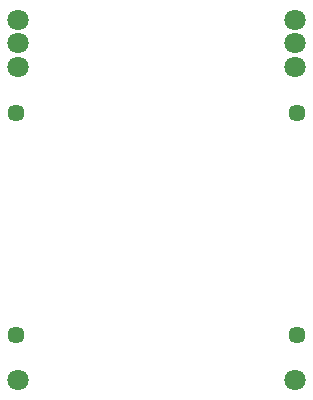
<source format=gbr>
G04 DipTrace 3.2.0.1*
G04 BottomMask.gbr*
%MOMM*%
G04 #@! TF.FileFunction,Soldermask,Bot*
G04 #@! TF.Part,Single*
%ADD31C,1.45*%
%ADD39C,1.8*%
%FSLAX35Y35*%
G04*
G71*
G90*
G75*
G01*
G04 BotMask*
%LPD*%
D31*
X-1190000Y1275000D3*
X1190000D3*
X-1190000Y-600000D3*
X1190000D3*
D39*
X-1170000Y1670000D3*
Y1870000D3*
Y2070000D3*
X1170000Y1670000D3*
Y1870000D3*
Y2070000D3*
Y-980000D3*
X-1170000D3*
M02*

</source>
